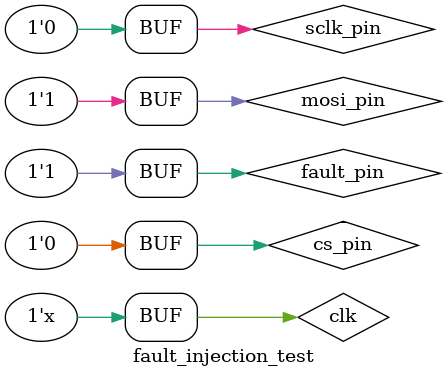
<source format=v>
`include "spimemory.v"

module fault_injection_test();
  reg       clk;
  reg       sclk_pin;
  reg       cs_pin;
  wire      miso_pin;
  reg       mosi_pin;
  reg       fault_pin;
  wire[3:0] leds;
  
  /*spiMemory control(
    .clk(clk),
    .sclk_pin(sclk_pin),
    .cs_pin(cs_pin),
    .miso_pin(miso_pin),
    .mosi_pin(mosi_pin),
    .fault_pin(fault_pin),
    .leds(leds)
  );*/
  spiMemory_breakable dut(
    .clk(clk),
    .sclk_pin(sclk_pin),
    .cs_pin(cs_pin),
    .miso_pin(miso_pin),
    .mosi_pin(mosi_pin),
    .fault_pin(fault_pin),
    .leds(leds)
  );
	initial clk = 0;
  always #10 clk = !clk;
  initial begin
		fault_pin = 1;
		cs_pin = 0;
		#60;

		sclk_pin = 1;
		mosi_pin = 1;
		#60;
		sclk_pin = 0;
    #60;

    sclk_pin = 1; #60; sclk_pin = 0; #60;
    sclk_pin = 1; #60; sclk_pin = 0; #60;
    sclk_pin = 1; #60; sclk_pin = 0; #60;
    sclk_pin = 1; #60; sclk_pin = 0; #60;
    sclk_pin = 1; #60; sclk_pin = 0; #60;
    sclk_pin = 1; #60; sclk_pin = 0; #60;
    sclk_pin = 1; #60; sclk_pin = 0; #60;
    sclk_pin = 1; #60; sclk_pin = 0;
  end
endmodule

</source>
